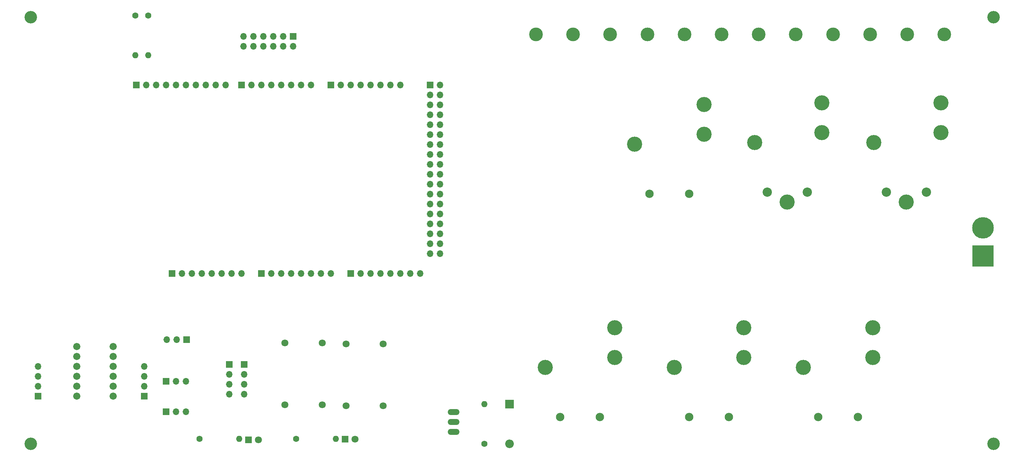
<source format=gbr>
%TF.GenerationSoftware,KiCad,Pcbnew,(5.1.7)-1*%
%TF.CreationDate,2020-10-28T15:09:14+05:30*%
%TF.ProjectId,AUVMEC2020,4155564d-4543-4323-9032-302e6b696361,rev?*%
%TF.SameCoordinates,Original*%
%TF.FileFunction,Soldermask,Top*%
%TF.FilePolarity,Negative*%
%FSLAX46Y46*%
G04 Gerber Fmt 4.6, Leading zero omitted, Abs format (unit mm)*
G04 Created by KiCad (PCBNEW (5.1.7)-1) date 2020-10-28 15:09:14*
%MOMM*%
%LPD*%
G01*
G04 APERTURE LIST*
%ADD10O,1.700000X1.700000*%
%ADD11R,1.700000X1.700000*%
%ADD12C,1.800000*%
%ADD13C,1.830000*%
%ADD14C,2.375000*%
%ADD15C,3.875000*%
%ADD16C,2.150000*%
%ADD17C,3.500000*%
%ADD18O,1.600000X1.600000*%
%ADD19C,1.600000*%
%ADD20R,1.800000X1.800000*%
%ADD21C,3.200000*%
%ADD22O,2.200000X2.200000*%
%ADD23R,2.200000X2.200000*%
%ADD24R,5.516000X5.516000*%
%ADD25C,5.516000*%
%ADD26O,3.016000X1.508000*%
G04 APERTURE END LIST*
D10*
%TO.C,J7*%
X139065000Y-117729000D03*
X136525000Y-117729000D03*
X133985000Y-117729000D03*
X131445000Y-117729000D03*
X128905000Y-117729000D03*
X126365000Y-117729000D03*
X123825000Y-117729000D03*
D11*
X121285000Y-117729000D03*
%TD*%
D12*
%TO.C,U2*%
X159690000Y-151323000D03*
X159690000Y-135443000D03*
X150190000Y-135443000D03*
X150190000Y-151323000D03*
%TD*%
%TO.C,U1*%
X175311000Y-151577000D03*
X175311000Y-135697000D03*
X165811000Y-135697000D03*
X165811000Y-151577000D03*
%TD*%
D13*
%TO.C,PCB1*%
X106201000Y-149098000D03*
X106201000Y-146558000D03*
X106201000Y-144018000D03*
X106201000Y-141478000D03*
X106201000Y-138938000D03*
X106201000Y-136398000D03*
X96901000Y-144018000D03*
X96901000Y-149098000D03*
X96901000Y-146558000D03*
X96901000Y-138938000D03*
X96901000Y-136398000D03*
X96901000Y-141478000D03*
%TD*%
D14*
%TO.C,K6*%
X304080000Y-96880000D03*
X314280000Y-96880000D03*
D15*
X309180000Y-99410000D03*
X300880000Y-84170000D03*
X318080000Y-81630000D03*
X318080000Y-74030000D03*
%TD*%
D16*
%TO.C,K2*%
X286600000Y-154420000D03*
X296800000Y-154420000D03*
D15*
X282800000Y-141720000D03*
X300600000Y-139180000D03*
X300600000Y-131580000D03*
%TD*%
D17*
%TO.C,J2*%
X318915000Y-56515000D03*
X309415000Y-56515000D03*
X299915000Y-56515000D03*
X290415000Y-56515000D03*
X280915000Y-56515000D03*
X271415000Y-56515000D03*
X261915000Y-56515000D03*
X252415000Y-56515000D03*
X242915000Y-56515000D03*
X233415000Y-56515000D03*
X223915000Y-56515000D03*
X214415000Y-56515000D03*
%TD*%
D18*
%TO.C,R5*%
X163195000Y-160020000D03*
D19*
X153035000Y-160020000D03*
%TD*%
D18*
%TO.C,R4*%
X138430000Y-160020000D03*
D19*
X128270000Y-160020000D03*
%TD*%
D10*
%TO.C,J17*%
X135890000Y-148590000D03*
X135890000Y-146050000D03*
X135890000Y-143510000D03*
D11*
X135890000Y-140970000D03*
%TD*%
D10*
%TO.C,J16*%
X124815600Y-145288000D03*
X122275600Y-145288000D03*
D11*
X119735600Y-145288000D03*
%TD*%
D10*
%TO.C,J15*%
X124815600Y-153060400D03*
X122275600Y-153060400D03*
D11*
X119735600Y-153060400D03*
%TD*%
D10*
%TO.C,J14*%
X119888000Y-134620000D03*
X122428000Y-134620000D03*
D11*
X124968000Y-134620000D03*
%TD*%
D12*
%TO.C,D3*%
X168106001Y-160084001D03*
D20*
X165566001Y-160084001D03*
%TD*%
D12*
%TO.C,D2*%
X143341001Y-160249001D03*
D20*
X140801001Y-160249001D03*
%TD*%
D21*
%TO.C,H4*%
X331470000Y-161290000D03*
%TD*%
%TO.C,H3*%
X331470000Y-52070000D03*
%TD*%
%TO.C,H2*%
X85090000Y-161290000D03*
%TD*%
%TO.C,H1*%
X85090000Y-52070000D03*
%TD*%
D22*
%TO.C,D1*%
X207645000Y-161290000D03*
D23*
X207645000Y-151130000D03*
%TD*%
D10*
%TO.C,J1*%
X139700000Y-148590000D03*
X139700000Y-146050000D03*
X139700000Y-143510000D03*
D11*
X139700000Y-140970000D03*
%TD*%
D16*
%TO.C,K4*%
X253580000Y-154420000D03*
X263780000Y-154420000D03*
D15*
X249780000Y-141720000D03*
X267580000Y-139180000D03*
X267580000Y-131580000D03*
%TD*%
D16*
%TO.C,K5*%
X243420000Y-97270000D03*
X253620000Y-97270000D03*
D15*
X239620000Y-84570000D03*
X257420000Y-82030000D03*
X257420000Y-74430000D03*
%TD*%
D14*
%TO.C,K3*%
X273600000Y-96880000D03*
X283800000Y-96880000D03*
D15*
X278700000Y-99410000D03*
X270400000Y-84170000D03*
X287600000Y-81630000D03*
X287600000Y-74030000D03*
%TD*%
D16*
%TO.C,K1*%
X220560000Y-154420000D03*
X230760000Y-154420000D03*
D15*
X216760000Y-141720000D03*
X234560000Y-139180000D03*
X234560000Y-131580000D03*
%TD*%
D11*
%TO.C,J3*%
X114173000Y-149098000D03*
D10*
X114173000Y-146558000D03*
X114173000Y-144018000D03*
X114173000Y-141478000D03*
%TD*%
%TO.C,J4*%
X86995000Y-141478000D03*
X86995000Y-144018000D03*
X86995000Y-146558000D03*
D11*
X86995000Y-149098000D03*
%TD*%
D24*
%TO.C,J5*%
X328803000Y-113201000D03*
D25*
X328803000Y-106001000D03*
%TD*%
D11*
%TO.C,J6*%
X152273000Y-57023000D03*
D10*
X152273000Y-59563000D03*
X149733000Y-57023000D03*
X149733000Y-59563000D03*
X147193000Y-57023000D03*
X147193000Y-59563000D03*
X144653000Y-57023000D03*
X144653000Y-59563000D03*
X142113000Y-57023000D03*
X142113000Y-59563000D03*
X139573000Y-57023000D03*
X139573000Y-59563000D03*
%TD*%
D11*
%TO.C,J8*%
X144145000Y-117729000D03*
D10*
X146685000Y-117729000D03*
X149225000Y-117729000D03*
X151765000Y-117729000D03*
X154305000Y-117729000D03*
X156845000Y-117729000D03*
X159385000Y-117729000D03*
X161925000Y-117729000D03*
%TD*%
%TO.C,J9*%
X184785000Y-117729000D03*
X182245000Y-117729000D03*
X179705000Y-117729000D03*
X177165000Y-117729000D03*
X174625000Y-117729000D03*
X172085000Y-117729000D03*
X169545000Y-117729000D03*
D11*
X167005000Y-117729000D03*
%TD*%
%TO.C,J10*%
X187325000Y-69469000D03*
D10*
X189865000Y-69469000D03*
X187325000Y-72009000D03*
X189865000Y-72009000D03*
X187325000Y-74549000D03*
X189865000Y-74549000D03*
X187325000Y-77089000D03*
X189865000Y-77089000D03*
X187325000Y-79629000D03*
X189865000Y-79629000D03*
X187325000Y-82169000D03*
X189865000Y-82169000D03*
X187325000Y-84709000D03*
X189865000Y-84709000D03*
X187325000Y-87249000D03*
X189865000Y-87249000D03*
X187325000Y-89789000D03*
X189865000Y-89789000D03*
X187325000Y-92329000D03*
X189865000Y-92329000D03*
X187325000Y-94869000D03*
X189865000Y-94869000D03*
X187325000Y-97409000D03*
X189865000Y-97409000D03*
X187325000Y-99949000D03*
X189865000Y-99949000D03*
X187325000Y-102489000D03*
X189865000Y-102489000D03*
X187325000Y-105029000D03*
X189865000Y-105029000D03*
X187325000Y-107569000D03*
X189865000Y-107569000D03*
X187325000Y-110109000D03*
X189865000Y-110109000D03*
X187325000Y-112649000D03*
X189865000Y-112649000D03*
%TD*%
%TO.C,J11*%
X135001000Y-69469000D03*
X132461000Y-69469000D03*
X129921000Y-69469000D03*
X127381000Y-69469000D03*
X124841000Y-69469000D03*
X122301000Y-69469000D03*
X119761000Y-69469000D03*
X117221000Y-69469000D03*
X114681000Y-69469000D03*
D11*
X112141000Y-69469000D03*
%TD*%
%TO.C,J12*%
X139065000Y-69469000D03*
D10*
X141605000Y-69469000D03*
X144145000Y-69469000D03*
X146685000Y-69469000D03*
X149225000Y-69469000D03*
X151765000Y-69469000D03*
X154305000Y-69469000D03*
X156845000Y-69469000D03*
%TD*%
%TO.C,J13*%
X179705000Y-69469000D03*
X177165000Y-69469000D03*
X174625000Y-69469000D03*
X172085000Y-69469000D03*
X169545000Y-69469000D03*
X167005000Y-69469000D03*
X164465000Y-69469000D03*
D11*
X161925000Y-69469000D03*
%TD*%
D18*
%TO.C,R1*%
X201168000Y-151130000D03*
D19*
X201168000Y-161290000D03*
%TD*%
%TO.C,R2*%
X111887000Y-51689000D03*
D18*
X111887000Y-61849000D03*
%TD*%
D19*
%TO.C,R3*%
X115189000Y-51689000D03*
D18*
X115189000Y-61849000D03*
%TD*%
D26*
%TO.C,U3*%
X193294000Y-158242000D03*
X193294000Y-155702000D03*
X193294000Y-153162000D03*
%TD*%
M02*

</source>
